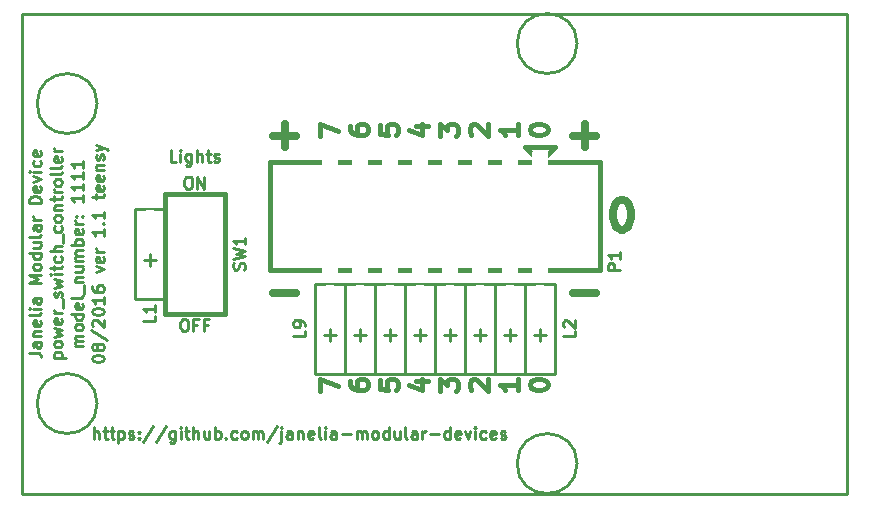
<source format=gto>
G04 #@! TF.FileFunction,Legend,Top*
%FSLAX46Y46*%
G04 Gerber Fmt 4.6, Leading zero omitted, Abs format (unit mm)*
G04 Created by KiCad (PCBNEW 4.1.0-alpha+201608010716+6997~46~ubuntu16.04.1-product) date Mon Aug  8 14:57:05 2016*
%MOMM*%
%LPD*%
G01*
G04 APERTURE LIST*
%ADD10C,0.100000*%
%ADD11C,0.381000*%
%ADD12C,0.228600*%
%ADD13C,0.635000*%
%ADD14C,0.254000*%
%ADD15O,1.924000X2.432000*%
%ADD16R,1.416000X4.895800*%
%ADD17O,2.559000X2.051000*%
%ADD18O,2.254200X2.940000*%
%ADD19R,2.254200X2.940000*%
%ADD20C,3.956000*%
G04 APERTURE END LIST*
D10*
D11*
X98860428Y-111294635D02*
X98860428Y-110278635D01*
X100384428Y-110931778D01*
X101400428Y-110496350D02*
X101400428Y-110786635D01*
X101473000Y-110931778D01*
X101545571Y-111004350D01*
X101763285Y-111149492D01*
X102053571Y-111222064D01*
X102634142Y-111222064D01*
X102779285Y-111149492D01*
X102851857Y-111076921D01*
X102924428Y-110931778D01*
X102924428Y-110641492D01*
X102851857Y-110496350D01*
X102779285Y-110423778D01*
X102634142Y-110351207D01*
X102271285Y-110351207D01*
X102126142Y-110423778D01*
X102053571Y-110496350D01*
X101981000Y-110641492D01*
X101981000Y-110931778D01*
X102053571Y-111076921D01*
X102126142Y-111149492D01*
X102271285Y-111222064D01*
X103940428Y-110423778D02*
X103940428Y-111149492D01*
X104666142Y-111222064D01*
X104593571Y-111149492D01*
X104521000Y-111004350D01*
X104521000Y-110641492D01*
X104593571Y-110496350D01*
X104666142Y-110423778D01*
X104811285Y-110351207D01*
X105174142Y-110351207D01*
X105319285Y-110423778D01*
X105391857Y-110496350D01*
X105464428Y-110641492D01*
X105464428Y-111004350D01*
X105391857Y-111149492D01*
X105319285Y-111222064D01*
X106988428Y-110496350D02*
X108004428Y-110496350D01*
X106407857Y-110859207D02*
X107496428Y-111222064D01*
X107496428Y-110278635D01*
X109020428Y-111294635D02*
X109020428Y-110351207D01*
X109601000Y-110859207D01*
X109601000Y-110641492D01*
X109673571Y-110496350D01*
X109746142Y-110423778D01*
X109891285Y-110351207D01*
X110254142Y-110351207D01*
X110399285Y-110423778D01*
X110471857Y-110496350D01*
X110544428Y-110641492D01*
X110544428Y-111076921D01*
X110471857Y-111222064D01*
X110399285Y-111294635D01*
X111705571Y-111222064D02*
X111633000Y-111149492D01*
X111560428Y-111004350D01*
X111560428Y-110641492D01*
X111633000Y-110496350D01*
X111705571Y-110423778D01*
X111850714Y-110351207D01*
X111995857Y-110351207D01*
X112213571Y-110423778D01*
X113084428Y-111294635D01*
X113084428Y-110351207D01*
X115624428Y-110351207D02*
X115624428Y-111222064D01*
X115624428Y-110786635D02*
X114100428Y-110786635D01*
X114318142Y-110931778D01*
X114463285Y-111076921D01*
X114535857Y-111222064D01*
X116640428Y-110859207D02*
X116640428Y-110714064D01*
X116713000Y-110568921D01*
X116785571Y-110496350D01*
X116930714Y-110423778D01*
X117221000Y-110351207D01*
X117583857Y-110351207D01*
X117874142Y-110423778D01*
X118019285Y-110496350D01*
X118091857Y-110568921D01*
X118164428Y-110714064D01*
X118164428Y-110859207D01*
X118091857Y-111004350D01*
X118019285Y-111076921D01*
X117874142Y-111149492D01*
X117583857Y-111222064D01*
X117221000Y-111222064D01*
X116930714Y-111149492D01*
X116785571Y-111076921D01*
X116713000Y-111004350D01*
X116640428Y-110859207D01*
D12*
X143510000Y-79375000D02*
X73660000Y-79375000D01*
X143510000Y-120015000D02*
X143510000Y-79375000D01*
X73660000Y-120015000D02*
X143510000Y-120015000D01*
X73660000Y-79375000D02*
X73660000Y-120015000D01*
D13*
X124339047Y-95129047D02*
X124580952Y-95129047D01*
X124822857Y-95250000D01*
X124943809Y-95370952D01*
X125064761Y-95612857D01*
X125185714Y-96096666D01*
X125185714Y-96701428D01*
X125064761Y-97185238D01*
X124943809Y-97427142D01*
X124822857Y-97548095D01*
X124580952Y-97669047D01*
X124339047Y-97669047D01*
X124097142Y-97548095D01*
X123976190Y-97427142D01*
X123855238Y-97185238D01*
X123734285Y-96701428D01*
X123734285Y-96096666D01*
X123855238Y-95612857D01*
X123976190Y-95370952D01*
X124097142Y-95250000D01*
X124339047Y-95129047D01*
D14*
X79737857Y-115394619D02*
X79737857Y-114378619D01*
X80173285Y-115394619D02*
X80173285Y-114862428D01*
X80124904Y-114765666D01*
X80028142Y-114717285D01*
X79883000Y-114717285D01*
X79786238Y-114765666D01*
X79737857Y-114814047D01*
X80511952Y-114717285D02*
X80899000Y-114717285D01*
X80657095Y-114378619D02*
X80657095Y-115249476D01*
X80705476Y-115346238D01*
X80802238Y-115394619D01*
X80899000Y-115394619D01*
X81092523Y-114717285D02*
X81479571Y-114717285D01*
X81237666Y-114378619D02*
X81237666Y-115249476D01*
X81286047Y-115346238D01*
X81382809Y-115394619D01*
X81479571Y-115394619D01*
X81818238Y-114717285D02*
X81818238Y-115733285D01*
X81818238Y-114765666D02*
X81915000Y-114717285D01*
X82108523Y-114717285D01*
X82205285Y-114765666D01*
X82253666Y-114814047D01*
X82302047Y-114910809D01*
X82302047Y-115201095D01*
X82253666Y-115297857D01*
X82205285Y-115346238D01*
X82108523Y-115394619D01*
X81915000Y-115394619D01*
X81818238Y-115346238D01*
X82689095Y-115346238D02*
X82785857Y-115394619D01*
X82979380Y-115394619D01*
X83076142Y-115346238D01*
X83124523Y-115249476D01*
X83124523Y-115201095D01*
X83076142Y-115104333D01*
X82979380Y-115055952D01*
X82834238Y-115055952D01*
X82737476Y-115007571D01*
X82689095Y-114910809D01*
X82689095Y-114862428D01*
X82737476Y-114765666D01*
X82834238Y-114717285D01*
X82979380Y-114717285D01*
X83076142Y-114765666D01*
X83559952Y-115297857D02*
X83608333Y-115346238D01*
X83559952Y-115394619D01*
X83511571Y-115346238D01*
X83559952Y-115297857D01*
X83559952Y-115394619D01*
X83559952Y-114765666D02*
X83608333Y-114814047D01*
X83559952Y-114862428D01*
X83511571Y-114814047D01*
X83559952Y-114765666D01*
X83559952Y-114862428D01*
X84769476Y-114330238D02*
X83898619Y-115636523D01*
X85833857Y-114330238D02*
X84963000Y-115636523D01*
X86607952Y-114717285D02*
X86607952Y-115539761D01*
X86559571Y-115636523D01*
X86511190Y-115684904D01*
X86414428Y-115733285D01*
X86269285Y-115733285D01*
X86172523Y-115684904D01*
X86607952Y-115346238D02*
X86511190Y-115394619D01*
X86317666Y-115394619D01*
X86220904Y-115346238D01*
X86172523Y-115297857D01*
X86124142Y-115201095D01*
X86124142Y-114910809D01*
X86172523Y-114814047D01*
X86220904Y-114765666D01*
X86317666Y-114717285D01*
X86511190Y-114717285D01*
X86607952Y-114765666D01*
X87091761Y-115394619D02*
X87091761Y-114717285D01*
X87091761Y-114378619D02*
X87043380Y-114427000D01*
X87091761Y-114475380D01*
X87140142Y-114427000D01*
X87091761Y-114378619D01*
X87091761Y-114475380D01*
X87430428Y-114717285D02*
X87817476Y-114717285D01*
X87575571Y-114378619D02*
X87575571Y-115249476D01*
X87623952Y-115346238D01*
X87720714Y-115394619D01*
X87817476Y-115394619D01*
X88156142Y-115394619D02*
X88156142Y-114378619D01*
X88591571Y-115394619D02*
X88591571Y-114862428D01*
X88543190Y-114765666D01*
X88446428Y-114717285D01*
X88301285Y-114717285D01*
X88204523Y-114765666D01*
X88156142Y-114814047D01*
X89510809Y-114717285D02*
X89510809Y-115394619D01*
X89075380Y-114717285D02*
X89075380Y-115249476D01*
X89123761Y-115346238D01*
X89220523Y-115394619D01*
X89365666Y-115394619D01*
X89462428Y-115346238D01*
X89510809Y-115297857D01*
X89994619Y-115394619D02*
X89994619Y-114378619D01*
X89994619Y-114765666D02*
X90091380Y-114717285D01*
X90284904Y-114717285D01*
X90381666Y-114765666D01*
X90430047Y-114814047D01*
X90478428Y-114910809D01*
X90478428Y-115201095D01*
X90430047Y-115297857D01*
X90381666Y-115346238D01*
X90284904Y-115394619D01*
X90091380Y-115394619D01*
X89994619Y-115346238D01*
X90913857Y-115297857D02*
X90962238Y-115346238D01*
X90913857Y-115394619D01*
X90865476Y-115346238D01*
X90913857Y-115297857D01*
X90913857Y-115394619D01*
X91833095Y-115346238D02*
X91736333Y-115394619D01*
X91542809Y-115394619D01*
X91446047Y-115346238D01*
X91397666Y-115297857D01*
X91349285Y-115201095D01*
X91349285Y-114910809D01*
X91397666Y-114814047D01*
X91446047Y-114765666D01*
X91542809Y-114717285D01*
X91736333Y-114717285D01*
X91833095Y-114765666D01*
X92413666Y-115394619D02*
X92316904Y-115346238D01*
X92268523Y-115297857D01*
X92220142Y-115201095D01*
X92220142Y-114910809D01*
X92268523Y-114814047D01*
X92316904Y-114765666D01*
X92413666Y-114717285D01*
X92558809Y-114717285D01*
X92655571Y-114765666D01*
X92703952Y-114814047D01*
X92752333Y-114910809D01*
X92752333Y-115201095D01*
X92703952Y-115297857D01*
X92655571Y-115346238D01*
X92558809Y-115394619D01*
X92413666Y-115394619D01*
X93187761Y-115394619D02*
X93187761Y-114717285D01*
X93187761Y-114814047D02*
X93236142Y-114765666D01*
X93332904Y-114717285D01*
X93478047Y-114717285D01*
X93574809Y-114765666D01*
X93623190Y-114862428D01*
X93623190Y-115394619D01*
X93623190Y-114862428D02*
X93671571Y-114765666D01*
X93768333Y-114717285D01*
X93913476Y-114717285D01*
X94010238Y-114765666D01*
X94058619Y-114862428D01*
X94058619Y-115394619D01*
X95268142Y-114330238D02*
X94397285Y-115636523D01*
X95606809Y-114717285D02*
X95606809Y-115588142D01*
X95558428Y-115684904D01*
X95461666Y-115733285D01*
X95413285Y-115733285D01*
X95606809Y-114378619D02*
X95558428Y-114427000D01*
X95606809Y-114475380D01*
X95655190Y-114427000D01*
X95606809Y-114378619D01*
X95606809Y-114475380D01*
X96526047Y-115394619D02*
X96526047Y-114862428D01*
X96477666Y-114765666D01*
X96380904Y-114717285D01*
X96187380Y-114717285D01*
X96090619Y-114765666D01*
X96526047Y-115346238D02*
X96429285Y-115394619D01*
X96187380Y-115394619D01*
X96090619Y-115346238D01*
X96042238Y-115249476D01*
X96042238Y-115152714D01*
X96090619Y-115055952D01*
X96187380Y-115007571D01*
X96429285Y-115007571D01*
X96526047Y-114959190D01*
X97009857Y-114717285D02*
X97009857Y-115394619D01*
X97009857Y-114814047D02*
X97058238Y-114765666D01*
X97155000Y-114717285D01*
X97300142Y-114717285D01*
X97396904Y-114765666D01*
X97445285Y-114862428D01*
X97445285Y-115394619D01*
X98316142Y-115346238D02*
X98219380Y-115394619D01*
X98025857Y-115394619D01*
X97929095Y-115346238D01*
X97880714Y-115249476D01*
X97880714Y-114862428D01*
X97929095Y-114765666D01*
X98025857Y-114717285D01*
X98219380Y-114717285D01*
X98316142Y-114765666D01*
X98364523Y-114862428D01*
X98364523Y-114959190D01*
X97880714Y-115055952D01*
X98945095Y-115394619D02*
X98848333Y-115346238D01*
X98799952Y-115249476D01*
X98799952Y-114378619D01*
X99332142Y-115394619D02*
X99332142Y-114717285D01*
X99332142Y-114378619D02*
X99283761Y-114427000D01*
X99332142Y-114475380D01*
X99380523Y-114427000D01*
X99332142Y-114378619D01*
X99332142Y-114475380D01*
X100251380Y-115394619D02*
X100251380Y-114862428D01*
X100203000Y-114765666D01*
X100106238Y-114717285D01*
X99912714Y-114717285D01*
X99815952Y-114765666D01*
X100251380Y-115346238D02*
X100154619Y-115394619D01*
X99912714Y-115394619D01*
X99815952Y-115346238D01*
X99767571Y-115249476D01*
X99767571Y-115152714D01*
X99815952Y-115055952D01*
X99912714Y-115007571D01*
X100154619Y-115007571D01*
X100251380Y-114959190D01*
X100735190Y-115007571D02*
X101509285Y-115007571D01*
X101993095Y-115394619D02*
X101993095Y-114717285D01*
X101993095Y-114814047D02*
X102041476Y-114765666D01*
X102138238Y-114717285D01*
X102283380Y-114717285D01*
X102380142Y-114765666D01*
X102428523Y-114862428D01*
X102428523Y-115394619D01*
X102428523Y-114862428D02*
X102476904Y-114765666D01*
X102573666Y-114717285D01*
X102718809Y-114717285D01*
X102815571Y-114765666D01*
X102863952Y-114862428D01*
X102863952Y-115394619D01*
X103492904Y-115394619D02*
X103396142Y-115346238D01*
X103347761Y-115297857D01*
X103299380Y-115201095D01*
X103299380Y-114910809D01*
X103347761Y-114814047D01*
X103396142Y-114765666D01*
X103492904Y-114717285D01*
X103638047Y-114717285D01*
X103734809Y-114765666D01*
X103783190Y-114814047D01*
X103831571Y-114910809D01*
X103831571Y-115201095D01*
X103783190Y-115297857D01*
X103734809Y-115346238D01*
X103638047Y-115394619D01*
X103492904Y-115394619D01*
X104702428Y-115394619D02*
X104702428Y-114378619D01*
X104702428Y-115346238D02*
X104605666Y-115394619D01*
X104412142Y-115394619D01*
X104315380Y-115346238D01*
X104267000Y-115297857D01*
X104218619Y-115201095D01*
X104218619Y-114910809D01*
X104267000Y-114814047D01*
X104315380Y-114765666D01*
X104412142Y-114717285D01*
X104605666Y-114717285D01*
X104702428Y-114765666D01*
X105621666Y-114717285D02*
X105621666Y-115394619D01*
X105186238Y-114717285D02*
X105186238Y-115249476D01*
X105234619Y-115346238D01*
X105331380Y-115394619D01*
X105476523Y-115394619D01*
X105573285Y-115346238D01*
X105621666Y-115297857D01*
X106250619Y-115394619D02*
X106153857Y-115346238D01*
X106105476Y-115249476D01*
X106105476Y-114378619D01*
X107073095Y-115394619D02*
X107073095Y-114862428D01*
X107024714Y-114765666D01*
X106927952Y-114717285D01*
X106734428Y-114717285D01*
X106637666Y-114765666D01*
X107073095Y-115346238D02*
X106976333Y-115394619D01*
X106734428Y-115394619D01*
X106637666Y-115346238D01*
X106589285Y-115249476D01*
X106589285Y-115152714D01*
X106637666Y-115055952D01*
X106734428Y-115007571D01*
X106976333Y-115007571D01*
X107073095Y-114959190D01*
X107556904Y-115394619D02*
X107556904Y-114717285D01*
X107556904Y-114910809D02*
X107605285Y-114814047D01*
X107653666Y-114765666D01*
X107750428Y-114717285D01*
X107847190Y-114717285D01*
X108185857Y-115007571D02*
X108959952Y-115007571D01*
X109879190Y-115394619D02*
X109879190Y-114378619D01*
X109879190Y-115346238D02*
X109782428Y-115394619D01*
X109588904Y-115394619D01*
X109492142Y-115346238D01*
X109443761Y-115297857D01*
X109395380Y-115201095D01*
X109395380Y-114910809D01*
X109443761Y-114814047D01*
X109492142Y-114765666D01*
X109588904Y-114717285D01*
X109782428Y-114717285D01*
X109879190Y-114765666D01*
X110750047Y-115346238D02*
X110653285Y-115394619D01*
X110459761Y-115394619D01*
X110363000Y-115346238D01*
X110314619Y-115249476D01*
X110314619Y-114862428D01*
X110363000Y-114765666D01*
X110459761Y-114717285D01*
X110653285Y-114717285D01*
X110750047Y-114765666D01*
X110798428Y-114862428D01*
X110798428Y-114959190D01*
X110314619Y-115055952D01*
X111137095Y-114717285D02*
X111379000Y-115394619D01*
X111620904Y-114717285D01*
X112007952Y-115394619D02*
X112007952Y-114717285D01*
X112007952Y-114378619D02*
X111959571Y-114427000D01*
X112007952Y-114475380D01*
X112056333Y-114427000D01*
X112007952Y-114378619D01*
X112007952Y-114475380D01*
X112927190Y-115346238D02*
X112830428Y-115394619D01*
X112636904Y-115394619D01*
X112540142Y-115346238D01*
X112491761Y-115297857D01*
X112443380Y-115201095D01*
X112443380Y-114910809D01*
X112491761Y-114814047D01*
X112540142Y-114765666D01*
X112636904Y-114717285D01*
X112830428Y-114717285D01*
X112927190Y-114765666D01*
X113749666Y-115346238D02*
X113652904Y-115394619D01*
X113459380Y-115394619D01*
X113362619Y-115346238D01*
X113314238Y-115249476D01*
X113314238Y-114862428D01*
X113362619Y-114765666D01*
X113459380Y-114717285D01*
X113652904Y-114717285D01*
X113749666Y-114765666D01*
X113798047Y-114862428D01*
X113798047Y-114959190D01*
X113314238Y-115055952D01*
X114185095Y-115346238D02*
X114281857Y-115394619D01*
X114475380Y-115394619D01*
X114572142Y-115346238D01*
X114620523Y-115249476D01*
X114620523Y-115201095D01*
X114572142Y-115104333D01*
X114475380Y-115055952D01*
X114330238Y-115055952D01*
X114233476Y-115007571D01*
X114185095Y-114910809D01*
X114185095Y-114862428D01*
X114233476Y-114765666D01*
X114330238Y-114717285D01*
X114475380Y-114717285D01*
X114572142Y-114765666D01*
D13*
X120317380Y-103051428D02*
X122252619Y-103051428D01*
X94917380Y-103051428D02*
X96852619Y-103051428D01*
X94917380Y-89716428D02*
X96852619Y-89716428D01*
X95885000Y-90684047D02*
X95885000Y-88748809D01*
X120317380Y-89716428D02*
X122252619Y-89716428D01*
X121285000Y-90684047D02*
X121285000Y-88748809D01*
D14*
X86716809Y-91899619D02*
X86233000Y-91899619D01*
X86233000Y-90883619D01*
X87055476Y-91899619D02*
X87055476Y-91222285D01*
X87055476Y-90883619D02*
X87007095Y-90932000D01*
X87055476Y-90980380D01*
X87103857Y-90932000D01*
X87055476Y-90883619D01*
X87055476Y-90980380D01*
X87974714Y-91222285D02*
X87974714Y-92044761D01*
X87926333Y-92141523D01*
X87877952Y-92189904D01*
X87781190Y-92238285D01*
X87636047Y-92238285D01*
X87539285Y-92189904D01*
X87974714Y-91851238D02*
X87877952Y-91899619D01*
X87684428Y-91899619D01*
X87587666Y-91851238D01*
X87539285Y-91802857D01*
X87490904Y-91706095D01*
X87490904Y-91415809D01*
X87539285Y-91319047D01*
X87587666Y-91270666D01*
X87684428Y-91222285D01*
X87877952Y-91222285D01*
X87974714Y-91270666D01*
X88458523Y-91899619D02*
X88458523Y-90883619D01*
X88893952Y-91899619D02*
X88893952Y-91367428D01*
X88845571Y-91270666D01*
X88748809Y-91222285D01*
X88603666Y-91222285D01*
X88506904Y-91270666D01*
X88458523Y-91319047D01*
X89232619Y-91222285D02*
X89619666Y-91222285D01*
X89377761Y-90883619D02*
X89377761Y-91754476D01*
X89426142Y-91851238D01*
X89522904Y-91899619D01*
X89619666Y-91899619D01*
X89909952Y-91851238D02*
X90006714Y-91899619D01*
X90200238Y-91899619D01*
X90297000Y-91851238D01*
X90345380Y-91754476D01*
X90345380Y-91706095D01*
X90297000Y-91609333D01*
X90200238Y-91560952D01*
X90055095Y-91560952D01*
X89958333Y-91512571D01*
X89909952Y-91415809D01*
X89909952Y-91367428D01*
X89958333Y-91270666D01*
X90055095Y-91222285D01*
X90200238Y-91222285D01*
X90297000Y-91270666D01*
D11*
X98860428Y-89704635D02*
X98860428Y-88688635D01*
X100384428Y-89341778D01*
X101400428Y-88906350D02*
X101400428Y-89196635D01*
X101473000Y-89341778D01*
X101545571Y-89414350D01*
X101763285Y-89559492D01*
X102053571Y-89632064D01*
X102634142Y-89632064D01*
X102779285Y-89559492D01*
X102851857Y-89486921D01*
X102924428Y-89341778D01*
X102924428Y-89051492D01*
X102851857Y-88906350D01*
X102779285Y-88833778D01*
X102634142Y-88761207D01*
X102271285Y-88761207D01*
X102126142Y-88833778D01*
X102053571Y-88906350D01*
X101981000Y-89051492D01*
X101981000Y-89341778D01*
X102053571Y-89486921D01*
X102126142Y-89559492D01*
X102271285Y-89632064D01*
X103940428Y-88833778D02*
X103940428Y-89559492D01*
X104666142Y-89632064D01*
X104593571Y-89559492D01*
X104521000Y-89414350D01*
X104521000Y-89051492D01*
X104593571Y-88906350D01*
X104666142Y-88833778D01*
X104811285Y-88761207D01*
X105174142Y-88761207D01*
X105319285Y-88833778D01*
X105391857Y-88906350D01*
X105464428Y-89051492D01*
X105464428Y-89414350D01*
X105391857Y-89559492D01*
X105319285Y-89632064D01*
X106988428Y-88906350D02*
X108004428Y-88906350D01*
X106407857Y-89269207D02*
X107496428Y-89632064D01*
X107496428Y-88688635D01*
X109020428Y-89704635D02*
X109020428Y-88761207D01*
X109601000Y-89269207D01*
X109601000Y-89051492D01*
X109673571Y-88906350D01*
X109746142Y-88833778D01*
X109891285Y-88761207D01*
X110254142Y-88761207D01*
X110399285Y-88833778D01*
X110471857Y-88906350D01*
X110544428Y-89051492D01*
X110544428Y-89486921D01*
X110471857Y-89632064D01*
X110399285Y-89704635D01*
X111705571Y-89632064D02*
X111633000Y-89559492D01*
X111560428Y-89414350D01*
X111560428Y-89051492D01*
X111633000Y-88906350D01*
X111705571Y-88833778D01*
X111850714Y-88761207D01*
X111995857Y-88761207D01*
X112213571Y-88833778D01*
X113084428Y-89704635D01*
X113084428Y-88761207D01*
X115624428Y-88761207D02*
X115624428Y-89632064D01*
X115624428Y-89196635D02*
X114100428Y-89196635D01*
X114318142Y-89341778D01*
X114463285Y-89486921D01*
X114535857Y-89632064D01*
X116640428Y-89269207D02*
X116640428Y-89124064D01*
X116713000Y-88978921D01*
X116785571Y-88906350D01*
X116930714Y-88833778D01*
X117221000Y-88761207D01*
X117583857Y-88761207D01*
X117874142Y-88833778D01*
X118019285Y-88906350D01*
X118091857Y-88978921D01*
X118164428Y-89124064D01*
X118164428Y-89269207D01*
X118091857Y-89414350D01*
X118019285Y-89486921D01*
X117874142Y-89559492D01*
X117583857Y-89632064D01*
X117221000Y-89632064D01*
X116930714Y-89559492D01*
X116785571Y-89486921D01*
X116713000Y-89414350D01*
X116640428Y-89269207D01*
D14*
X74246619Y-108089095D02*
X74972333Y-108089095D01*
X75117476Y-108137476D01*
X75214238Y-108234238D01*
X75262619Y-108379380D01*
X75262619Y-108476142D01*
X75262619Y-107169857D02*
X74730428Y-107169857D01*
X74633666Y-107218238D01*
X74585285Y-107315000D01*
X74585285Y-107508523D01*
X74633666Y-107605285D01*
X75214238Y-107169857D02*
X75262619Y-107266619D01*
X75262619Y-107508523D01*
X75214238Y-107605285D01*
X75117476Y-107653666D01*
X75020714Y-107653666D01*
X74923952Y-107605285D01*
X74875571Y-107508523D01*
X74875571Y-107266619D01*
X74827190Y-107169857D01*
X74585285Y-106686047D02*
X75262619Y-106686047D01*
X74682047Y-106686047D02*
X74633666Y-106637666D01*
X74585285Y-106540904D01*
X74585285Y-106395761D01*
X74633666Y-106299000D01*
X74730428Y-106250619D01*
X75262619Y-106250619D01*
X75214238Y-105379761D02*
X75262619Y-105476523D01*
X75262619Y-105670047D01*
X75214238Y-105766809D01*
X75117476Y-105815190D01*
X74730428Y-105815190D01*
X74633666Y-105766809D01*
X74585285Y-105670047D01*
X74585285Y-105476523D01*
X74633666Y-105379761D01*
X74730428Y-105331380D01*
X74827190Y-105331380D01*
X74923952Y-105815190D01*
X75262619Y-104750809D02*
X75214238Y-104847571D01*
X75117476Y-104895952D01*
X74246619Y-104895952D01*
X75262619Y-104363761D02*
X74585285Y-104363761D01*
X74246619Y-104363761D02*
X74295000Y-104412142D01*
X74343380Y-104363761D01*
X74295000Y-104315380D01*
X74246619Y-104363761D01*
X74343380Y-104363761D01*
X75262619Y-103444523D02*
X74730428Y-103444523D01*
X74633666Y-103492904D01*
X74585285Y-103589666D01*
X74585285Y-103783190D01*
X74633666Y-103879952D01*
X75214238Y-103444523D02*
X75262619Y-103541285D01*
X75262619Y-103783190D01*
X75214238Y-103879952D01*
X75117476Y-103928333D01*
X75020714Y-103928333D01*
X74923952Y-103879952D01*
X74875571Y-103783190D01*
X74875571Y-103541285D01*
X74827190Y-103444523D01*
X75262619Y-102186619D02*
X74246619Y-102186619D01*
X74972333Y-101847952D01*
X74246619Y-101509285D01*
X75262619Y-101509285D01*
X75262619Y-100880333D02*
X75214238Y-100977095D01*
X75165857Y-101025476D01*
X75069095Y-101073857D01*
X74778809Y-101073857D01*
X74682047Y-101025476D01*
X74633666Y-100977095D01*
X74585285Y-100880333D01*
X74585285Y-100735190D01*
X74633666Y-100638428D01*
X74682047Y-100590047D01*
X74778809Y-100541666D01*
X75069095Y-100541666D01*
X75165857Y-100590047D01*
X75214238Y-100638428D01*
X75262619Y-100735190D01*
X75262619Y-100880333D01*
X75262619Y-99670809D02*
X74246619Y-99670809D01*
X75214238Y-99670809D02*
X75262619Y-99767571D01*
X75262619Y-99961095D01*
X75214238Y-100057857D01*
X75165857Y-100106238D01*
X75069095Y-100154619D01*
X74778809Y-100154619D01*
X74682047Y-100106238D01*
X74633666Y-100057857D01*
X74585285Y-99961095D01*
X74585285Y-99767571D01*
X74633666Y-99670809D01*
X74585285Y-98751571D02*
X75262619Y-98751571D01*
X74585285Y-99187000D02*
X75117476Y-99187000D01*
X75214238Y-99138619D01*
X75262619Y-99041857D01*
X75262619Y-98896714D01*
X75214238Y-98799952D01*
X75165857Y-98751571D01*
X75262619Y-98122619D02*
X75214238Y-98219380D01*
X75117476Y-98267761D01*
X74246619Y-98267761D01*
X75262619Y-97300142D02*
X74730428Y-97300142D01*
X74633666Y-97348523D01*
X74585285Y-97445285D01*
X74585285Y-97638809D01*
X74633666Y-97735571D01*
X75214238Y-97300142D02*
X75262619Y-97396904D01*
X75262619Y-97638809D01*
X75214238Y-97735571D01*
X75117476Y-97783952D01*
X75020714Y-97783952D01*
X74923952Y-97735571D01*
X74875571Y-97638809D01*
X74875571Y-97396904D01*
X74827190Y-97300142D01*
X75262619Y-96816333D02*
X74585285Y-96816333D01*
X74778809Y-96816333D02*
X74682047Y-96767952D01*
X74633666Y-96719571D01*
X74585285Y-96622809D01*
X74585285Y-96526047D01*
X75262619Y-95413285D02*
X74246619Y-95413285D01*
X74246619Y-95171380D01*
X74295000Y-95026238D01*
X74391761Y-94929476D01*
X74488523Y-94881095D01*
X74682047Y-94832714D01*
X74827190Y-94832714D01*
X75020714Y-94881095D01*
X75117476Y-94929476D01*
X75214238Y-95026238D01*
X75262619Y-95171380D01*
X75262619Y-95413285D01*
X75214238Y-94010238D02*
X75262619Y-94107000D01*
X75262619Y-94300523D01*
X75214238Y-94397285D01*
X75117476Y-94445666D01*
X74730428Y-94445666D01*
X74633666Y-94397285D01*
X74585285Y-94300523D01*
X74585285Y-94107000D01*
X74633666Y-94010238D01*
X74730428Y-93961857D01*
X74827190Y-93961857D01*
X74923952Y-94445666D01*
X74585285Y-93623190D02*
X75262619Y-93381285D01*
X74585285Y-93139380D01*
X75262619Y-92752333D02*
X74585285Y-92752333D01*
X74246619Y-92752333D02*
X74295000Y-92800714D01*
X74343380Y-92752333D01*
X74295000Y-92703952D01*
X74246619Y-92752333D01*
X74343380Y-92752333D01*
X75214238Y-91833095D02*
X75262619Y-91929857D01*
X75262619Y-92123380D01*
X75214238Y-92220142D01*
X75165857Y-92268523D01*
X75069095Y-92316904D01*
X74778809Y-92316904D01*
X74682047Y-92268523D01*
X74633666Y-92220142D01*
X74585285Y-92123380D01*
X74585285Y-91929857D01*
X74633666Y-91833095D01*
X75214238Y-91010619D02*
X75262619Y-91107380D01*
X75262619Y-91300904D01*
X75214238Y-91397666D01*
X75117476Y-91446047D01*
X74730428Y-91446047D01*
X74633666Y-91397666D01*
X74585285Y-91300904D01*
X74585285Y-91107380D01*
X74633666Y-91010619D01*
X74730428Y-90962238D01*
X74827190Y-90962238D01*
X74923952Y-91446047D01*
X76363285Y-108500333D02*
X77379285Y-108500333D01*
X76411666Y-108500333D02*
X76363285Y-108403571D01*
X76363285Y-108210047D01*
X76411666Y-108113285D01*
X76460047Y-108064904D01*
X76556809Y-108016523D01*
X76847095Y-108016523D01*
X76943857Y-108064904D01*
X76992238Y-108113285D01*
X77040619Y-108210047D01*
X77040619Y-108403571D01*
X76992238Y-108500333D01*
X77040619Y-107435952D02*
X76992238Y-107532714D01*
X76943857Y-107581095D01*
X76847095Y-107629476D01*
X76556809Y-107629476D01*
X76460047Y-107581095D01*
X76411666Y-107532714D01*
X76363285Y-107435952D01*
X76363285Y-107290809D01*
X76411666Y-107194047D01*
X76460047Y-107145666D01*
X76556809Y-107097285D01*
X76847095Y-107097285D01*
X76943857Y-107145666D01*
X76992238Y-107194047D01*
X77040619Y-107290809D01*
X77040619Y-107435952D01*
X76363285Y-106758619D02*
X77040619Y-106565095D01*
X76556809Y-106371571D01*
X77040619Y-106178047D01*
X76363285Y-105984523D01*
X76992238Y-105210428D02*
X77040619Y-105307190D01*
X77040619Y-105500714D01*
X76992238Y-105597476D01*
X76895476Y-105645857D01*
X76508428Y-105645857D01*
X76411666Y-105597476D01*
X76363285Y-105500714D01*
X76363285Y-105307190D01*
X76411666Y-105210428D01*
X76508428Y-105162047D01*
X76605190Y-105162047D01*
X76701952Y-105645857D01*
X77040619Y-104726619D02*
X76363285Y-104726619D01*
X76556809Y-104726619D02*
X76460047Y-104678238D01*
X76411666Y-104629857D01*
X76363285Y-104533095D01*
X76363285Y-104436333D01*
X77137380Y-104339571D02*
X77137380Y-103565476D01*
X76992238Y-103371952D02*
X77040619Y-103275190D01*
X77040619Y-103081666D01*
X76992238Y-102984904D01*
X76895476Y-102936523D01*
X76847095Y-102936523D01*
X76750333Y-102984904D01*
X76701952Y-103081666D01*
X76701952Y-103226809D01*
X76653571Y-103323571D01*
X76556809Y-103371952D01*
X76508428Y-103371952D01*
X76411666Y-103323571D01*
X76363285Y-103226809D01*
X76363285Y-103081666D01*
X76411666Y-102984904D01*
X76363285Y-102597857D02*
X77040619Y-102404333D01*
X76556809Y-102210809D01*
X77040619Y-102017285D01*
X76363285Y-101823761D01*
X77040619Y-101436714D02*
X76363285Y-101436714D01*
X76024619Y-101436714D02*
X76073000Y-101485095D01*
X76121380Y-101436714D01*
X76073000Y-101388333D01*
X76024619Y-101436714D01*
X76121380Y-101436714D01*
X76363285Y-101098047D02*
X76363285Y-100711000D01*
X76024619Y-100952904D02*
X76895476Y-100952904D01*
X76992238Y-100904523D01*
X77040619Y-100807761D01*
X77040619Y-100711000D01*
X76992238Y-99936904D02*
X77040619Y-100033666D01*
X77040619Y-100227190D01*
X76992238Y-100323952D01*
X76943857Y-100372333D01*
X76847095Y-100420714D01*
X76556809Y-100420714D01*
X76460047Y-100372333D01*
X76411666Y-100323952D01*
X76363285Y-100227190D01*
X76363285Y-100033666D01*
X76411666Y-99936904D01*
X77040619Y-99501476D02*
X76024619Y-99501476D01*
X77040619Y-99066047D02*
X76508428Y-99066047D01*
X76411666Y-99114428D01*
X76363285Y-99211190D01*
X76363285Y-99356333D01*
X76411666Y-99453095D01*
X76460047Y-99501476D01*
X77137380Y-98824142D02*
X77137380Y-98050047D01*
X76992238Y-97372714D02*
X77040619Y-97469476D01*
X77040619Y-97663000D01*
X76992238Y-97759761D01*
X76943857Y-97808142D01*
X76847095Y-97856523D01*
X76556809Y-97856523D01*
X76460047Y-97808142D01*
X76411666Y-97759761D01*
X76363285Y-97663000D01*
X76363285Y-97469476D01*
X76411666Y-97372714D01*
X77040619Y-96792142D02*
X76992238Y-96888904D01*
X76943857Y-96937285D01*
X76847095Y-96985666D01*
X76556809Y-96985666D01*
X76460047Y-96937285D01*
X76411666Y-96888904D01*
X76363285Y-96792142D01*
X76363285Y-96647000D01*
X76411666Y-96550238D01*
X76460047Y-96501857D01*
X76556809Y-96453476D01*
X76847095Y-96453476D01*
X76943857Y-96501857D01*
X76992238Y-96550238D01*
X77040619Y-96647000D01*
X77040619Y-96792142D01*
X76363285Y-96018047D02*
X77040619Y-96018047D01*
X76460047Y-96018047D02*
X76411666Y-95969666D01*
X76363285Y-95872904D01*
X76363285Y-95727761D01*
X76411666Y-95631000D01*
X76508428Y-95582619D01*
X77040619Y-95582619D01*
X76363285Y-95243952D02*
X76363285Y-94856904D01*
X76024619Y-95098809D02*
X76895476Y-95098809D01*
X76992238Y-95050428D01*
X77040619Y-94953666D01*
X77040619Y-94856904D01*
X77040619Y-94518238D02*
X76363285Y-94518238D01*
X76556809Y-94518238D02*
X76460047Y-94469857D01*
X76411666Y-94421476D01*
X76363285Y-94324714D01*
X76363285Y-94227952D01*
X77040619Y-93744142D02*
X76992238Y-93840904D01*
X76943857Y-93889285D01*
X76847095Y-93937666D01*
X76556809Y-93937666D01*
X76460047Y-93889285D01*
X76411666Y-93840904D01*
X76363285Y-93744142D01*
X76363285Y-93599000D01*
X76411666Y-93502238D01*
X76460047Y-93453857D01*
X76556809Y-93405476D01*
X76847095Y-93405476D01*
X76943857Y-93453857D01*
X76992238Y-93502238D01*
X77040619Y-93599000D01*
X77040619Y-93744142D01*
X77040619Y-92824904D02*
X76992238Y-92921666D01*
X76895476Y-92970047D01*
X76024619Y-92970047D01*
X77040619Y-92292714D02*
X76992238Y-92389476D01*
X76895476Y-92437857D01*
X76024619Y-92437857D01*
X76992238Y-91518619D02*
X77040619Y-91615380D01*
X77040619Y-91808904D01*
X76992238Y-91905666D01*
X76895476Y-91954047D01*
X76508428Y-91954047D01*
X76411666Y-91905666D01*
X76363285Y-91808904D01*
X76363285Y-91615380D01*
X76411666Y-91518619D01*
X76508428Y-91470238D01*
X76605190Y-91470238D01*
X76701952Y-91954047D01*
X77040619Y-91034809D02*
X76363285Y-91034809D01*
X76556809Y-91034809D02*
X76460047Y-90986428D01*
X76411666Y-90938047D01*
X76363285Y-90841285D01*
X76363285Y-90744523D01*
X78818619Y-107508523D02*
X78141285Y-107508523D01*
X78238047Y-107508523D02*
X78189666Y-107460142D01*
X78141285Y-107363380D01*
X78141285Y-107218238D01*
X78189666Y-107121476D01*
X78286428Y-107073095D01*
X78818619Y-107073095D01*
X78286428Y-107073095D02*
X78189666Y-107024714D01*
X78141285Y-106927952D01*
X78141285Y-106782809D01*
X78189666Y-106686047D01*
X78286428Y-106637666D01*
X78818619Y-106637666D01*
X78818619Y-106008714D02*
X78770238Y-106105476D01*
X78721857Y-106153857D01*
X78625095Y-106202238D01*
X78334809Y-106202238D01*
X78238047Y-106153857D01*
X78189666Y-106105476D01*
X78141285Y-106008714D01*
X78141285Y-105863571D01*
X78189666Y-105766809D01*
X78238047Y-105718428D01*
X78334809Y-105670047D01*
X78625095Y-105670047D01*
X78721857Y-105718428D01*
X78770238Y-105766809D01*
X78818619Y-105863571D01*
X78818619Y-106008714D01*
X78818619Y-104799190D02*
X77802619Y-104799190D01*
X78770238Y-104799190D02*
X78818619Y-104895952D01*
X78818619Y-105089476D01*
X78770238Y-105186238D01*
X78721857Y-105234619D01*
X78625095Y-105283000D01*
X78334809Y-105283000D01*
X78238047Y-105234619D01*
X78189666Y-105186238D01*
X78141285Y-105089476D01*
X78141285Y-104895952D01*
X78189666Y-104799190D01*
X78770238Y-103928333D02*
X78818619Y-104025095D01*
X78818619Y-104218619D01*
X78770238Y-104315380D01*
X78673476Y-104363761D01*
X78286428Y-104363761D01*
X78189666Y-104315380D01*
X78141285Y-104218619D01*
X78141285Y-104025095D01*
X78189666Y-103928333D01*
X78286428Y-103879952D01*
X78383190Y-103879952D01*
X78479952Y-104363761D01*
X78818619Y-103299380D02*
X78770238Y-103396142D01*
X78673476Y-103444523D01*
X77802619Y-103444523D01*
X78915380Y-103154238D02*
X78915380Y-102380142D01*
X78141285Y-102138238D02*
X78818619Y-102138238D01*
X78238047Y-102138238D02*
X78189666Y-102089857D01*
X78141285Y-101993095D01*
X78141285Y-101847952D01*
X78189666Y-101751190D01*
X78286428Y-101702809D01*
X78818619Y-101702809D01*
X78141285Y-100783571D02*
X78818619Y-100783571D01*
X78141285Y-101219000D02*
X78673476Y-101219000D01*
X78770238Y-101170619D01*
X78818619Y-101073857D01*
X78818619Y-100928714D01*
X78770238Y-100831952D01*
X78721857Y-100783571D01*
X78818619Y-100299761D02*
X78141285Y-100299761D01*
X78238047Y-100299761D02*
X78189666Y-100251380D01*
X78141285Y-100154619D01*
X78141285Y-100009476D01*
X78189666Y-99912714D01*
X78286428Y-99864333D01*
X78818619Y-99864333D01*
X78286428Y-99864333D02*
X78189666Y-99815952D01*
X78141285Y-99719190D01*
X78141285Y-99574047D01*
X78189666Y-99477285D01*
X78286428Y-99428904D01*
X78818619Y-99428904D01*
X78818619Y-98945095D02*
X77802619Y-98945095D01*
X78189666Y-98945095D02*
X78141285Y-98848333D01*
X78141285Y-98654809D01*
X78189666Y-98558047D01*
X78238047Y-98509666D01*
X78334809Y-98461285D01*
X78625095Y-98461285D01*
X78721857Y-98509666D01*
X78770238Y-98558047D01*
X78818619Y-98654809D01*
X78818619Y-98848333D01*
X78770238Y-98945095D01*
X78770238Y-97638809D02*
X78818619Y-97735571D01*
X78818619Y-97929095D01*
X78770238Y-98025857D01*
X78673476Y-98074238D01*
X78286428Y-98074238D01*
X78189666Y-98025857D01*
X78141285Y-97929095D01*
X78141285Y-97735571D01*
X78189666Y-97638809D01*
X78286428Y-97590428D01*
X78383190Y-97590428D01*
X78479952Y-98074238D01*
X78818619Y-97155000D02*
X78141285Y-97155000D01*
X78334809Y-97155000D02*
X78238047Y-97106619D01*
X78189666Y-97058238D01*
X78141285Y-96961476D01*
X78141285Y-96864714D01*
X78721857Y-96526047D02*
X78770238Y-96477666D01*
X78818619Y-96526047D01*
X78770238Y-96574428D01*
X78721857Y-96526047D01*
X78818619Y-96526047D01*
X78189666Y-96526047D02*
X78238047Y-96477666D01*
X78286428Y-96526047D01*
X78238047Y-96574428D01*
X78189666Y-96526047D01*
X78286428Y-96526047D01*
X78818619Y-94735952D02*
X78818619Y-95316523D01*
X78818619Y-95026238D02*
X77802619Y-95026238D01*
X77947761Y-95123000D01*
X78044523Y-95219761D01*
X78092904Y-95316523D01*
X78818619Y-93768333D02*
X78818619Y-94348904D01*
X78818619Y-94058619D02*
X77802619Y-94058619D01*
X77947761Y-94155380D01*
X78044523Y-94252142D01*
X78092904Y-94348904D01*
X78818619Y-92800714D02*
X78818619Y-93381285D01*
X78818619Y-93091000D02*
X77802619Y-93091000D01*
X77947761Y-93187761D01*
X78044523Y-93284523D01*
X78092904Y-93381285D01*
X78818619Y-91833095D02*
X78818619Y-92413666D01*
X78818619Y-92123380D02*
X77802619Y-92123380D01*
X77947761Y-92220142D01*
X78044523Y-92316904D01*
X78092904Y-92413666D01*
X79580619Y-108621285D02*
X79580619Y-108524523D01*
X79629000Y-108427761D01*
X79677380Y-108379380D01*
X79774142Y-108331000D01*
X79967666Y-108282619D01*
X80209571Y-108282619D01*
X80403095Y-108331000D01*
X80499857Y-108379380D01*
X80548238Y-108427761D01*
X80596619Y-108524523D01*
X80596619Y-108621285D01*
X80548238Y-108718047D01*
X80499857Y-108766428D01*
X80403095Y-108814809D01*
X80209571Y-108863190D01*
X79967666Y-108863190D01*
X79774142Y-108814809D01*
X79677380Y-108766428D01*
X79629000Y-108718047D01*
X79580619Y-108621285D01*
X80016047Y-107702047D02*
X79967666Y-107798809D01*
X79919285Y-107847190D01*
X79822523Y-107895571D01*
X79774142Y-107895571D01*
X79677380Y-107847190D01*
X79629000Y-107798809D01*
X79580619Y-107702047D01*
X79580619Y-107508523D01*
X79629000Y-107411761D01*
X79677380Y-107363380D01*
X79774142Y-107315000D01*
X79822523Y-107315000D01*
X79919285Y-107363380D01*
X79967666Y-107411761D01*
X80016047Y-107508523D01*
X80016047Y-107702047D01*
X80064428Y-107798809D01*
X80112809Y-107847190D01*
X80209571Y-107895571D01*
X80403095Y-107895571D01*
X80499857Y-107847190D01*
X80548238Y-107798809D01*
X80596619Y-107702047D01*
X80596619Y-107508523D01*
X80548238Y-107411761D01*
X80499857Y-107363380D01*
X80403095Y-107315000D01*
X80209571Y-107315000D01*
X80112809Y-107363380D01*
X80064428Y-107411761D01*
X80016047Y-107508523D01*
X79532238Y-106153857D02*
X80838523Y-107024714D01*
X79677380Y-105863571D02*
X79629000Y-105815190D01*
X79580619Y-105718428D01*
X79580619Y-105476523D01*
X79629000Y-105379761D01*
X79677380Y-105331380D01*
X79774142Y-105283000D01*
X79870904Y-105283000D01*
X80016047Y-105331380D01*
X80596619Y-105911952D01*
X80596619Y-105283000D01*
X79580619Y-104654047D02*
X79580619Y-104557285D01*
X79629000Y-104460523D01*
X79677380Y-104412142D01*
X79774142Y-104363761D01*
X79967666Y-104315380D01*
X80209571Y-104315380D01*
X80403095Y-104363761D01*
X80499857Y-104412142D01*
X80548238Y-104460523D01*
X80596619Y-104557285D01*
X80596619Y-104654047D01*
X80548238Y-104750809D01*
X80499857Y-104799190D01*
X80403095Y-104847571D01*
X80209571Y-104895952D01*
X79967666Y-104895952D01*
X79774142Y-104847571D01*
X79677380Y-104799190D01*
X79629000Y-104750809D01*
X79580619Y-104654047D01*
X80596619Y-103347761D02*
X80596619Y-103928333D01*
X80596619Y-103638047D02*
X79580619Y-103638047D01*
X79725761Y-103734809D01*
X79822523Y-103831571D01*
X79870904Y-103928333D01*
X79580619Y-102476904D02*
X79580619Y-102670428D01*
X79629000Y-102767190D01*
X79677380Y-102815571D01*
X79822523Y-102912333D01*
X80016047Y-102960714D01*
X80403095Y-102960714D01*
X80499857Y-102912333D01*
X80548238Y-102863952D01*
X80596619Y-102767190D01*
X80596619Y-102573666D01*
X80548238Y-102476904D01*
X80499857Y-102428523D01*
X80403095Y-102380142D01*
X80161190Y-102380142D01*
X80064428Y-102428523D01*
X80016047Y-102476904D01*
X79967666Y-102573666D01*
X79967666Y-102767190D01*
X80016047Y-102863952D01*
X80064428Y-102912333D01*
X80161190Y-102960714D01*
X79919285Y-101267380D02*
X80596619Y-101025476D01*
X79919285Y-100783571D01*
X80548238Y-100009476D02*
X80596619Y-100106238D01*
X80596619Y-100299761D01*
X80548238Y-100396523D01*
X80451476Y-100444904D01*
X80064428Y-100444904D01*
X79967666Y-100396523D01*
X79919285Y-100299761D01*
X79919285Y-100106238D01*
X79967666Y-100009476D01*
X80064428Y-99961095D01*
X80161190Y-99961095D01*
X80257952Y-100444904D01*
X80596619Y-99525666D02*
X79919285Y-99525666D01*
X80112809Y-99525666D02*
X80016047Y-99477285D01*
X79967666Y-99428904D01*
X79919285Y-99332142D01*
X79919285Y-99235380D01*
X80596619Y-97590428D02*
X80596619Y-98171000D01*
X80596619Y-97880714D02*
X79580619Y-97880714D01*
X79725761Y-97977476D01*
X79822523Y-98074238D01*
X79870904Y-98171000D01*
X80499857Y-97155000D02*
X80548238Y-97106619D01*
X80596619Y-97155000D01*
X80548238Y-97203380D01*
X80499857Y-97155000D01*
X80596619Y-97155000D01*
X80596619Y-96139000D02*
X80596619Y-96719571D01*
X80596619Y-96429285D02*
X79580619Y-96429285D01*
X79725761Y-96526047D01*
X79822523Y-96622809D01*
X79870904Y-96719571D01*
X79919285Y-95074619D02*
X79919285Y-94687571D01*
X79580619Y-94929476D02*
X80451476Y-94929476D01*
X80548238Y-94881095D01*
X80596619Y-94784333D01*
X80596619Y-94687571D01*
X80548238Y-93961857D02*
X80596619Y-94058619D01*
X80596619Y-94252142D01*
X80548238Y-94348904D01*
X80451476Y-94397285D01*
X80064428Y-94397285D01*
X79967666Y-94348904D01*
X79919285Y-94252142D01*
X79919285Y-94058619D01*
X79967666Y-93961857D01*
X80064428Y-93913476D01*
X80161190Y-93913476D01*
X80257952Y-94397285D01*
X80548238Y-93091000D02*
X80596619Y-93187761D01*
X80596619Y-93381285D01*
X80548238Y-93478047D01*
X80451476Y-93526428D01*
X80064428Y-93526428D01*
X79967666Y-93478047D01*
X79919285Y-93381285D01*
X79919285Y-93187761D01*
X79967666Y-93091000D01*
X80064428Y-93042619D01*
X80161190Y-93042619D01*
X80257952Y-93526428D01*
X79919285Y-92607190D02*
X80596619Y-92607190D01*
X80016047Y-92607190D02*
X79967666Y-92558809D01*
X79919285Y-92462047D01*
X79919285Y-92316904D01*
X79967666Y-92220142D01*
X80064428Y-92171761D01*
X80596619Y-92171761D01*
X80548238Y-91736333D02*
X80596619Y-91639571D01*
X80596619Y-91446047D01*
X80548238Y-91349285D01*
X80451476Y-91300904D01*
X80403095Y-91300904D01*
X80306333Y-91349285D01*
X80257952Y-91446047D01*
X80257952Y-91591190D01*
X80209571Y-91687952D01*
X80112809Y-91736333D01*
X80064428Y-91736333D01*
X79967666Y-91687952D01*
X79919285Y-91591190D01*
X79919285Y-91446047D01*
X79967666Y-91349285D01*
X79919285Y-90962238D02*
X80596619Y-90720333D01*
X79919285Y-90478428D02*
X80596619Y-90720333D01*
X80838523Y-90817095D01*
X80886904Y-90865476D01*
X80935285Y-90962238D01*
D12*
X84963000Y-100203000D02*
X83947000Y-100203000D01*
X84455000Y-99695000D02*
X84455000Y-100711000D01*
X85725000Y-103505000D02*
X83185000Y-103505000D01*
X83185000Y-103505000D02*
X83185000Y-95885000D01*
X83185000Y-95885000D02*
X85725000Y-95885000D01*
X85725000Y-95885000D02*
X85725000Y-103505000D01*
X117983000Y-106553000D02*
X116967000Y-106553000D01*
X117475000Y-106045000D02*
X117475000Y-107061000D01*
X118745000Y-109855000D02*
X116205000Y-109855000D01*
X116205000Y-109855000D02*
X116205000Y-102235000D01*
X116205000Y-102235000D02*
X118745000Y-102235000D01*
X118745000Y-102235000D02*
X118745000Y-109855000D01*
X115443000Y-106553000D02*
X114427000Y-106553000D01*
X114935000Y-106045000D02*
X114935000Y-107061000D01*
X116205000Y-109855000D02*
X113665000Y-109855000D01*
X113665000Y-109855000D02*
X113665000Y-102235000D01*
X113665000Y-102235000D02*
X116205000Y-102235000D01*
X116205000Y-102235000D02*
X116205000Y-109855000D01*
X112903000Y-106553000D02*
X111887000Y-106553000D01*
X112395000Y-106045000D02*
X112395000Y-107061000D01*
X113665000Y-109855000D02*
X111125000Y-109855000D01*
X111125000Y-109855000D02*
X111125000Y-102235000D01*
X111125000Y-102235000D02*
X113665000Y-102235000D01*
X113665000Y-102235000D02*
X113665000Y-109855000D01*
X110363000Y-106553000D02*
X109347000Y-106553000D01*
X109855000Y-106045000D02*
X109855000Y-107061000D01*
X111125000Y-109855000D02*
X108585000Y-109855000D01*
X108585000Y-109855000D02*
X108585000Y-102235000D01*
X108585000Y-102235000D02*
X111125000Y-102235000D01*
X111125000Y-102235000D02*
X111125000Y-109855000D01*
X107823000Y-106553000D02*
X106807000Y-106553000D01*
X107315000Y-106045000D02*
X107315000Y-107061000D01*
X108585000Y-109855000D02*
X106045000Y-109855000D01*
X106045000Y-109855000D02*
X106045000Y-102235000D01*
X106045000Y-102235000D02*
X108585000Y-102235000D01*
X108585000Y-102235000D02*
X108585000Y-109855000D01*
X105283000Y-106553000D02*
X104267000Y-106553000D01*
X104775000Y-106045000D02*
X104775000Y-107061000D01*
X106045000Y-109855000D02*
X103505000Y-109855000D01*
X103505000Y-109855000D02*
X103505000Y-102235000D01*
X103505000Y-102235000D02*
X106045000Y-102235000D01*
X106045000Y-102235000D02*
X106045000Y-109855000D01*
X102743000Y-106553000D02*
X101727000Y-106553000D01*
X102235000Y-106045000D02*
X102235000Y-107061000D01*
X103505000Y-109855000D02*
X100965000Y-109855000D01*
X100965000Y-109855000D02*
X100965000Y-102235000D01*
X100965000Y-102235000D02*
X103505000Y-102235000D01*
X103505000Y-102235000D02*
X103505000Y-109855000D01*
X100203000Y-106553000D02*
X99187000Y-106553000D01*
X99695000Y-106045000D02*
X99695000Y-107061000D01*
X100965000Y-109855000D02*
X98425000Y-109855000D01*
X98425000Y-109855000D02*
X98425000Y-102235000D01*
X98425000Y-102235000D02*
X100965000Y-102235000D01*
X100965000Y-102235000D02*
X100965000Y-109855000D01*
D11*
X122555000Y-91948000D02*
X94615000Y-91948000D01*
X94615000Y-91948000D02*
X94615000Y-101092000D01*
X94615000Y-101092000D02*
X122555000Y-101092000D01*
X122555000Y-91948000D02*
X122555000Y-101092000D01*
X117475000Y-91948000D02*
X118745000Y-90678000D01*
X118745000Y-90678000D02*
X116205000Y-90678000D01*
X116205000Y-90678000D02*
X117475000Y-91948000D01*
X85725000Y-94615000D02*
X90805000Y-94615000D01*
X90805000Y-94615000D02*
X90805000Y-104775000D01*
X90805000Y-104775000D02*
X85725000Y-104775000D01*
X85725000Y-104775000D02*
X85725000Y-94615000D01*
D12*
X80010000Y-86995000D02*
G75*
G03X80010000Y-86995000I-2540000J0D01*
G01*
X80010000Y-112395000D02*
G75*
G03X80010000Y-112395000I-2540000J0D01*
G01*
X120650000Y-117475000D02*
G75*
G03X120650000Y-117475000I-2540000J0D01*
G01*
X120650000Y-81915000D02*
G75*
G03X120650000Y-81915000I-2540000J0D01*
G01*
D14*
X84914619Y-104944333D02*
X84914619Y-105428142D01*
X83898619Y-105428142D01*
X84914619Y-104073476D02*
X84914619Y-104654047D01*
X84914619Y-104363761D02*
X83898619Y-104363761D01*
X84043761Y-104460523D01*
X84140523Y-104557285D01*
X84188904Y-104654047D01*
X120474619Y-106214333D02*
X120474619Y-106698142D01*
X119458619Y-106698142D01*
X119555380Y-105924047D02*
X119507000Y-105875666D01*
X119458619Y-105778904D01*
X119458619Y-105537000D01*
X119507000Y-105440238D01*
X119555380Y-105391857D01*
X119652142Y-105343476D01*
X119748904Y-105343476D01*
X119894047Y-105391857D01*
X120474619Y-105972428D01*
X120474619Y-105343476D01*
X97614619Y-106214333D02*
X97614619Y-106698142D01*
X96598619Y-106698142D01*
X97614619Y-105827285D02*
X97614619Y-105633761D01*
X97566238Y-105537000D01*
X97517857Y-105488619D01*
X97372714Y-105391857D01*
X97179190Y-105343476D01*
X96792142Y-105343476D01*
X96695380Y-105391857D01*
X96647000Y-105440238D01*
X96598619Y-105537000D01*
X96598619Y-105730523D01*
X96647000Y-105827285D01*
X96695380Y-105875666D01*
X96792142Y-105924047D01*
X97034047Y-105924047D01*
X97130809Y-105875666D01*
X97179190Y-105827285D01*
X97227571Y-105730523D01*
X97227571Y-105537000D01*
X97179190Y-105440238D01*
X97130809Y-105391857D01*
X97034047Y-105343476D01*
X124284619Y-101079904D02*
X123268619Y-101079904D01*
X123268619Y-100692857D01*
X123317000Y-100596095D01*
X123365380Y-100547714D01*
X123462142Y-100499333D01*
X123607285Y-100499333D01*
X123704047Y-100547714D01*
X123752428Y-100596095D01*
X123800809Y-100692857D01*
X123800809Y-101079904D01*
X124284619Y-99531714D02*
X124284619Y-100112285D01*
X124284619Y-99822000D02*
X123268619Y-99822000D01*
X123413761Y-99918761D01*
X123510523Y-100015523D01*
X123558904Y-100112285D01*
X92486238Y-101049666D02*
X92534619Y-100904523D01*
X92534619Y-100662619D01*
X92486238Y-100565857D01*
X92437857Y-100517476D01*
X92341095Y-100469095D01*
X92244333Y-100469095D01*
X92147571Y-100517476D01*
X92099190Y-100565857D01*
X92050809Y-100662619D01*
X92002428Y-100856142D01*
X91954047Y-100952904D01*
X91905666Y-101001285D01*
X91808904Y-101049666D01*
X91712142Y-101049666D01*
X91615380Y-101001285D01*
X91567000Y-100952904D01*
X91518619Y-100856142D01*
X91518619Y-100614238D01*
X91567000Y-100469095D01*
X91518619Y-100130428D02*
X92534619Y-99888523D01*
X91808904Y-99695000D01*
X92534619Y-99501476D01*
X91518619Y-99259571D01*
X92534619Y-98340333D02*
X92534619Y-98920904D01*
X92534619Y-98630619D02*
X91518619Y-98630619D01*
X91663761Y-98727380D01*
X91760523Y-98824142D01*
X91808904Y-98920904D01*
X87297380Y-105234619D02*
X87490904Y-105234619D01*
X87587666Y-105283000D01*
X87684428Y-105379761D01*
X87732809Y-105573285D01*
X87732809Y-105911952D01*
X87684428Y-106105476D01*
X87587666Y-106202238D01*
X87490904Y-106250619D01*
X87297380Y-106250619D01*
X87200619Y-106202238D01*
X87103857Y-106105476D01*
X87055476Y-105911952D01*
X87055476Y-105573285D01*
X87103857Y-105379761D01*
X87200619Y-105283000D01*
X87297380Y-105234619D01*
X88506904Y-105718428D02*
X88168238Y-105718428D01*
X88168238Y-106250619D02*
X88168238Y-105234619D01*
X88652047Y-105234619D01*
X89377761Y-105718428D02*
X89039095Y-105718428D01*
X89039095Y-106250619D02*
X89039095Y-105234619D01*
X89522904Y-105234619D01*
X87636047Y-93169619D02*
X87829571Y-93169619D01*
X87926333Y-93218000D01*
X88023095Y-93314761D01*
X88071476Y-93508285D01*
X88071476Y-93846952D01*
X88023095Y-94040476D01*
X87926333Y-94137238D01*
X87829571Y-94185619D01*
X87636047Y-94185619D01*
X87539285Y-94137238D01*
X87442523Y-94040476D01*
X87394142Y-93846952D01*
X87394142Y-93508285D01*
X87442523Y-93314761D01*
X87539285Y-93218000D01*
X87636047Y-93169619D01*
X88506904Y-94185619D02*
X88506904Y-93169619D01*
X89087476Y-94185619D01*
X89087476Y-93169619D01*
%LPC*%
D15*
X84455000Y-102235000D03*
X84455000Y-97155000D03*
X117475000Y-108585000D03*
X117475000Y-103505000D03*
X114935000Y-108585000D03*
X114935000Y-103505000D03*
X112395000Y-108585000D03*
X112395000Y-103505000D03*
X109855000Y-108585000D03*
X109855000Y-103505000D03*
X107315000Y-108585000D03*
X107315000Y-103505000D03*
X104775000Y-108585000D03*
X104775000Y-103505000D03*
X102235000Y-108585000D03*
X102235000Y-103505000D03*
X99695000Y-108585000D03*
X99695000Y-103505000D03*
D16*
X117475000Y-93522800D03*
X117475000Y-99517200D03*
X114935000Y-93522800D03*
X114935000Y-99517200D03*
X112395000Y-93522800D03*
X112395000Y-99517200D03*
X109855000Y-93522800D03*
X109855000Y-99517200D03*
X107315000Y-93522800D03*
X107315000Y-99517200D03*
X104775000Y-93522800D03*
X104775000Y-99517200D03*
X102235000Y-93522800D03*
X102235000Y-99517200D03*
X99695000Y-93522800D03*
X99695000Y-99517200D03*
D17*
X87274400Y-97155000D03*
X87274400Y-102235000D03*
D18*
X78740000Y-81915000D03*
X81280000Y-81915000D03*
D19*
X76200000Y-81915000D03*
D18*
X83820000Y-81915000D03*
X86360000Y-81915000D03*
X88900000Y-81915000D03*
X91440000Y-81915000D03*
X93980000Y-81915000D03*
X96520000Y-81915000D03*
X99060000Y-81915000D03*
X101600000Y-81915000D03*
X104140000Y-81915000D03*
X106680000Y-81915000D03*
X109220000Y-81915000D03*
X111760000Y-81915000D03*
X114300000Y-81915000D03*
X114300000Y-117475000D03*
X111760000Y-117475000D03*
X109220000Y-117475000D03*
X106680000Y-117475000D03*
X104140000Y-117475000D03*
X101600000Y-117475000D03*
X99060000Y-117475000D03*
X96520000Y-117475000D03*
X93980000Y-117475000D03*
X91440000Y-117475000D03*
X88900000Y-117475000D03*
X86360000Y-117475000D03*
X83820000Y-117475000D03*
X81280000Y-117475000D03*
X78740000Y-117475000D03*
X76200000Y-117475000D03*
D20*
X77470000Y-86995000D03*
X77470000Y-112395000D03*
X118110000Y-117475000D03*
X118110000Y-81915000D03*
M02*

</source>
